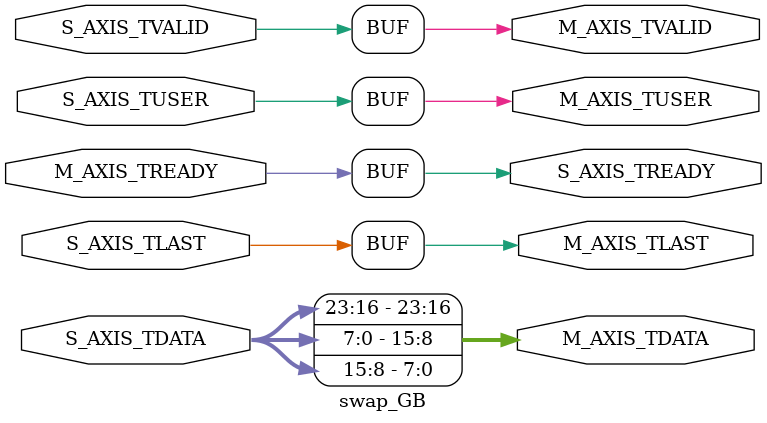
<source format=v>
module swap_GB (
    input  [23:0] S_AXIS_TDATA,
    input   [0:0] S_AXIS_TUSER,
    input         S_AXIS_TLAST,
    input         S_AXIS_TVALID,
    output        S_AXIS_TREADY,
    output [23:0] M_AXIS_TDATA,
    output  [0:0] M_AXIS_TUSER,
    output        M_AXIS_TLAST,
    output        M_AXIS_TVALID,
    input         M_AXIS_TREADY);

    assign M_AXIS_TDATA  = {S_AXIS_TDATA[23:16], S_AXIS_TDATA[7:0], S_AXIS_TDATA[15:8]};
    assign M_AXIS_TUSER  = S_AXIS_TUSER;
    assign M_AXIS_TLAST  = S_AXIS_TLAST;
    assign M_AXIS_TVALID = S_AXIS_TVALID;
    assign S_AXIS_TREADY = M_AXIS_TREADY;
    
endmodule
</source>
